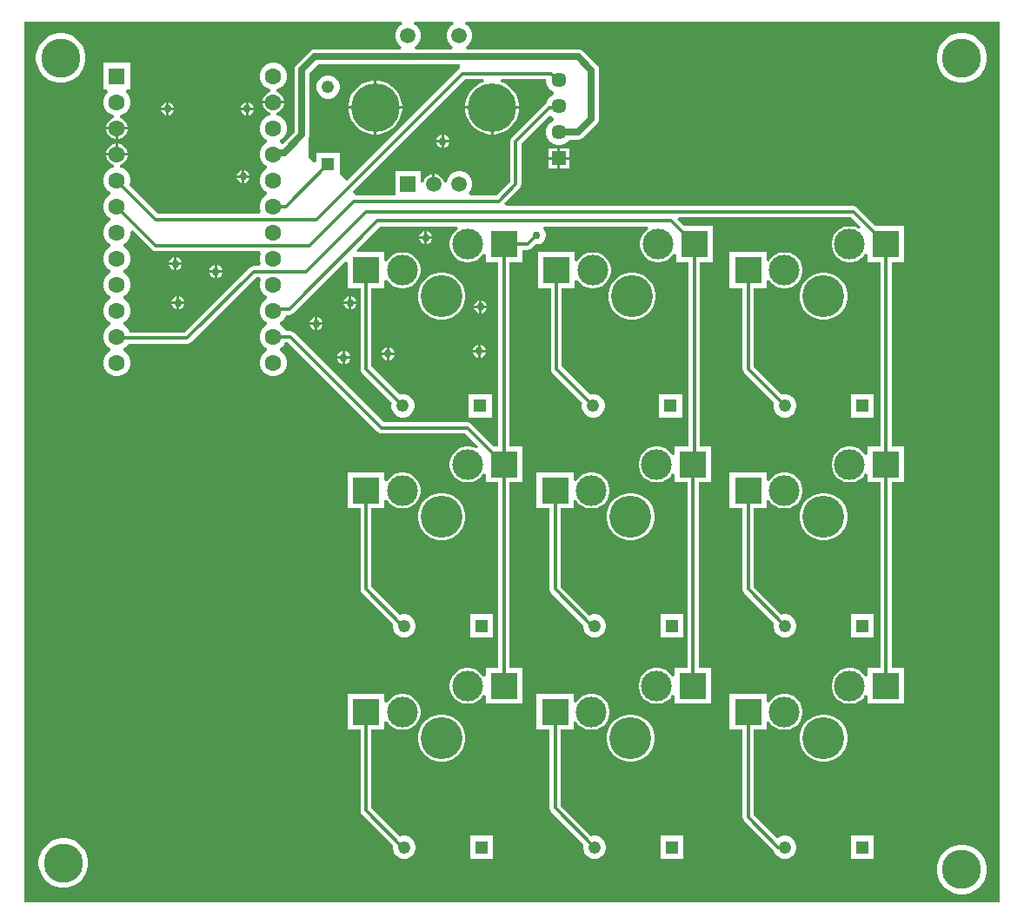
<source format=gbl>
G04*
G04 #@! TF.GenerationSoftware,Altium Limited,Altium Designer,25.8.1 (18)*
G04*
G04 Layer_Physical_Order=2*
G04 Layer_Color=16711680*
%FSLAX44Y44*%
%MOMM*%
G71*
G04*
G04 #@! TF.SameCoordinates,ADD3D31B-8851-4C81-8C4E-7CFF1D2DEE2F*
G04*
G04*
G04 #@! TF.FilePolarity,Positive*
G04*
G01*
G75*
%ADD29C,0.3048*%
%ADD30C,3.0000*%
G04:AMPARAMS|DCode=31|XSize=1.6mm|YSize=1.6mm|CornerRadius=0.8mm|HoleSize=0mm|Usage=FLASHONLY|Rotation=180.000|XOffset=0mm|YOffset=0mm|HoleType=Round|Shape=RoundedRectangle|*
%AMROUNDEDRECTD31*
21,1,1.6000,0.0000,0,0,180.0*
21,1,0.0000,1.6000,0,0,180.0*
1,1,1.6000,0.0000,0.0000*
1,1,1.6000,0.0000,0.0000*
1,1,1.6000,0.0000,0.0000*
1,1,1.6000,0.0000,0.0000*
%
%ADD31ROUNDEDRECTD31*%
%ADD32R,1.6000X1.6000*%
%ADD33C,4.0894*%
%ADD34R,1.2380X1.2380*%
%ADD35C,1.2380*%
%ADD36C,3.8100*%
%ADD37C,1.4500*%
%ADD38R,1.4500X1.4500*%
%ADD39R,1.2380X1.2380*%
%ADD40C,1.5000*%
%ADD41C,4.7400*%
%ADD42R,1.5000X1.5000*%
%ADD43C,0.7620*%
%ADD44R,2.5500X2.5000*%
%ADD45C,0.6350*%
G36*
X609677Y876226D02*
X607826Y875156D01*
X605484Y872814D01*
X603827Y869946D01*
X602970Y866746D01*
Y863434D01*
X603827Y860234D01*
X605484Y857366D01*
X607826Y855023D01*
X609364Y854135D01*
X608684Y851595D01*
X572416D01*
X571736Y854135D01*
X573274Y855023D01*
X575616Y857366D01*
X577273Y860234D01*
X578130Y863434D01*
Y866746D01*
X577273Y869946D01*
X575616Y872814D01*
X573274Y875156D01*
X571423Y876226D01*
X572103Y878765D01*
X608997D01*
X609677Y876226D01*
D02*
G37*
G36*
X700140Y820067D02*
X700980Y816931D01*
X702604Y814119D01*
X704899Y811824D01*
X707464Y810343D01*
X707668Y808990D01*
X707464Y807637D01*
X704899Y806156D01*
X702604Y803861D01*
X700980Y801049D01*
X700514Y799310D01*
X699503Y798634D01*
X666714Y765846D01*
X665536Y764081D01*
X665122Y762000D01*
Y722343D01*
X651797Y709018D01*
X625861D01*
X624809Y711559D01*
X625616Y712366D01*
X627273Y715234D01*
X628130Y718434D01*
Y721746D01*
X627273Y724946D01*
X625616Y727814D01*
X623274Y730156D01*
X620406Y731813D01*
X617206Y732670D01*
X613894D01*
X610694Y731813D01*
X607826Y730156D01*
X605484Y727814D01*
X603827Y724946D01*
X602970Y721746D01*
X600473Y721849D01*
X599906Y723965D01*
X598584Y726255D01*
X596715Y728124D01*
X594425Y729446D01*
X591872Y730130D01*
X591820D01*
Y720090D01*
X589280D01*
Y730130D01*
X589228D01*
X586675Y729446D01*
X584385Y728124D01*
X582516Y726255D01*
X581194Y723965D01*
X580670Y722009D01*
X578130Y722343D01*
Y732670D01*
X552970D01*
Y709018D01*
X515261D01*
X511211Y713069D01*
X620743Y822601D01*
X638763D01*
X639268Y820061D01*
X635121Y818344D01*
X630823Y815472D01*
X627168Y811817D01*
X624296Y807519D01*
X622318Y802744D01*
X621310Y797674D01*
Y796360D01*
X673790D01*
Y797674D01*
X672782Y802744D01*
X670804Y807519D01*
X667932Y811817D01*
X664277Y815472D01*
X659979Y818344D01*
X655832Y820061D01*
X656337Y822601D01*
X700140D01*
Y820067D01*
D02*
G37*
G36*
X1141656Y20394D02*
X191845D01*
Y878765D01*
X558997D01*
X559677Y876226D01*
X557826Y875156D01*
X555484Y872814D01*
X553827Y869946D01*
X552970Y866746D01*
Y863434D01*
X553827Y860234D01*
X555484Y857366D01*
X557826Y855023D01*
X559364Y854135D01*
X558684Y851595D01*
X474980D01*
X473157Y851355D01*
X471457Y850651D01*
X469998Y849532D01*
X457298Y836832D01*
X456179Y835373D01*
X455475Y833673D01*
X455235Y831850D01*
Y771268D01*
X443052Y759086D01*
X442371Y759767D01*
X441043Y760534D01*
Y763466D01*
X442371Y764233D01*
X444807Y766669D01*
X446529Y769651D01*
X447420Y772978D01*
Y776422D01*
X446529Y779749D01*
X444807Y782731D01*
X442371Y785167D01*
X439389Y786889D01*
X437480Y787400D01*
X437480Y790030D01*
X438408Y790278D01*
X440812Y791666D01*
X442774Y793628D01*
X444162Y796032D01*
X444880Y798712D01*
Y798830D01*
X434340D01*
X423800D01*
Y798712D01*
X424518Y796032D01*
X425906Y793628D01*
X427868Y791666D01*
X430272Y790278D01*
X431200Y790030D01*
X431200Y787400D01*
X429291Y786889D01*
X426309Y785167D01*
X423873Y782731D01*
X422151Y779749D01*
X421260Y776422D01*
Y772978D01*
X422151Y769651D01*
X423873Y766669D01*
X426309Y764233D01*
X427637Y763466D01*
Y760534D01*
X426309Y759767D01*
X423873Y757331D01*
X422151Y754349D01*
X421260Y751022D01*
Y747578D01*
X422151Y744251D01*
X423873Y741269D01*
X426309Y738833D01*
X427637Y738066D01*
Y735134D01*
X426309Y734367D01*
X423873Y731931D01*
X422151Y728949D01*
X421260Y725622D01*
Y722178D01*
X422151Y718851D01*
X423873Y715869D01*
X426309Y713433D01*
X427637Y712666D01*
Y709734D01*
X426309Y708967D01*
X423873Y706531D01*
X422151Y703549D01*
X421260Y700222D01*
Y696778D01*
X422064Y693779D01*
X421241Y691848D01*
X420889Y691238D01*
X322293D01*
X294245Y719286D01*
X295020Y722178D01*
Y725622D01*
X294129Y728949D01*
X292407Y731931D01*
X289971Y734367D01*
X286989Y736089D01*
X285080Y736600D01*
X285080Y739230D01*
X286008Y739478D01*
X288412Y740866D01*
X290374Y742828D01*
X291762Y745232D01*
X292480Y747912D01*
Y748030D01*
X281940D01*
X271400D01*
Y747912D01*
X272118Y745232D01*
X273506Y742828D01*
X275468Y740866D01*
X277872Y739478D01*
X278800Y739230D01*
X278800Y736600D01*
X276891Y736089D01*
X273909Y734367D01*
X271473Y731931D01*
X269751Y728949D01*
X268860Y725622D01*
Y722178D01*
X269751Y718851D01*
X271473Y715869D01*
X273909Y713433D01*
X275237Y712666D01*
Y709734D01*
X273909Y708967D01*
X271473Y706531D01*
X269751Y703549D01*
X268860Y700222D01*
Y696778D01*
X269751Y693451D01*
X271473Y690469D01*
X273909Y688033D01*
X275237Y687266D01*
Y684333D01*
X273909Y683567D01*
X271473Y681131D01*
X269751Y678149D01*
X268860Y674822D01*
Y671378D01*
X269751Y668051D01*
X271473Y665069D01*
X273909Y662633D01*
X275237Y661867D01*
Y658933D01*
X273909Y658167D01*
X271473Y655731D01*
X269751Y652749D01*
X268860Y649422D01*
Y645978D01*
X269751Y642651D01*
X271473Y639669D01*
X273909Y637233D01*
X275237Y636466D01*
Y633534D01*
X273909Y632767D01*
X271473Y630331D01*
X269751Y627349D01*
X268860Y624022D01*
Y620578D01*
X269751Y617251D01*
X271473Y614269D01*
X273909Y611833D01*
X275237Y611067D01*
Y608134D01*
X273909Y607367D01*
X271473Y604931D01*
X269751Y601949D01*
X268860Y598622D01*
Y595178D01*
X269751Y591851D01*
X271473Y588869D01*
X273909Y586433D01*
X275237Y585667D01*
Y582733D01*
X273909Y581967D01*
X271473Y579531D01*
X269751Y576549D01*
X268860Y573222D01*
Y569778D01*
X269751Y566451D01*
X271473Y563469D01*
X273909Y561033D01*
X275237Y560266D01*
Y557333D01*
X273909Y556567D01*
X271473Y554131D01*
X269751Y551149D01*
X268860Y547822D01*
Y544378D01*
X269751Y541051D01*
X271473Y538069D01*
X273909Y535633D01*
X276891Y533911D01*
X280218Y533020D01*
X283662D01*
X286989Y533911D01*
X289971Y535633D01*
X292407Y538069D01*
X294129Y541051D01*
X295020Y544378D01*
Y547822D01*
X294129Y551149D01*
X292407Y554131D01*
X289971Y556567D01*
X288643Y557333D01*
Y560266D01*
X289971Y561033D01*
X292407Y563469D01*
X293170Y564791D01*
X350520D01*
X352601Y565205D01*
X354366Y566384D01*
X417543Y629562D01*
X420889D01*
X421241Y628952D01*
X422064Y627021D01*
X421260Y624022D01*
Y620578D01*
X422151Y617251D01*
X423873Y614269D01*
X426309Y611833D01*
X427637Y611067D01*
Y608134D01*
X426309Y607367D01*
X423873Y604931D01*
X422151Y601949D01*
X421260Y598622D01*
Y595178D01*
X422151Y591851D01*
X423873Y588869D01*
X426309Y586433D01*
X427637Y585667D01*
Y582733D01*
X426309Y581967D01*
X423873Y579531D01*
X422151Y576549D01*
X421260Y573222D01*
Y569778D01*
X422151Y566451D01*
X423873Y563469D01*
X426309Y561033D01*
X427637Y560266D01*
Y557333D01*
X426309Y556567D01*
X423873Y554131D01*
X422151Y551149D01*
X421260Y547822D01*
Y544378D01*
X422151Y541051D01*
X423873Y538069D01*
X426309Y535633D01*
X429291Y533911D01*
X432618Y533020D01*
X436062D01*
X439389Y533911D01*
X442371Y535633D01*
X444807Y538069D01*
X446529Y541051D01*
X447420Y544378D01*
Y547822D01*
X446529Y551149D01*
X444807Y554131D01*
X442371Y556567D01*
X441043Y557333D01*
Y560266D01*
X442371Y561033D01*
X444807Y563469D01*
X446160Y565813D01*
X448662Y565997D01*
X535904Y478754D01*
X537669Y477575D01*
X539750Y477161D01*
X621007D01*
X633843Y464326D01*
X632224Y462353D01*
X631878Y462584D01*
X628686Y463906D01*
X625298Y464580D01*
X621842D01*
X618454Y463906D01*
X615262Y462584D01*
X612389Y460664D01*
X609946Y458221D01*
X608026Y455348D01*
X606704Y452156D01*
X606030Y448768D01*
Y445312D01*
X606704Y441924D01*
X608026Y438732D01*
X609946Y435859D01*
X612389Y433416D01*
X615262Y431496D01*
X618454Y430174D01*
X621842Y429500D01*
X625298D01*
X628686Y430174D01*
X631878Y431496D01*
X634751Y433416D01*
X637194Y435859D01*
X638700Y438112D01*
X641240Y437393D01*
Y429460D01*
X653632D01*
Y248720D01*
X641240D01*
Y240787D01*
X638700Y240068D01*
X637194Y242321D01*
X634751Y244764D01*
X631878Y246684D01*
X628686Y248006D01*
X625298Y248680D01*
X621842D01*
X618454Y248006D01*
X615262Y246684D01*
X612389Y244764D01*
X609946Y242321D01*
X608026Y239448D01*
X606704Y236256D01*
X606030Y232868D01*
Y229412D01*
X606704Y226024D01*
X608026Y222832D01*
X609946Y219959D01*
X612389Y217516D01*
X615262Y215596D01*
X618454Y214274D01*
X621842Y213600D01*
X625298D01*
X628686Y214274D01*
X631878Y215596D01*
X634751Y217516D01*
X637194Y219959D01*
X638700Y222213D01*
X641240Y221493D01*
Y213560D01*
X676900D01*
Y248720D01*
X664509D01*
Y429460D01*
X676900D01*
Y464620D01*
X664509D01*
Y644090D01*
X676900D01*
Y656232D01*
X681990D01*
X684071Y656646D01*
X685836Y657824D01*
X689687Y661676D01*
X689710Y661670D01*
X692050D01*
X694311Y662276D01*
X696339Y663446D01*
X697994Y665101D01*
X699164Y667129D01*
X699770Y669390D01*
Y671730D01*
X699164Y673991D01*
X697994Y676019D01*
X697461Y676552D01*
X698513Y679091D01*
X798920D01*
X799691Y676552D01*
X797809Y675294D01*
X795366Y672851D01*
X793446Y669978D01*
X792124Y666786D01*
X791450Y663398D01*
Y659942D01*
X792124Y656554D01*
X793446Y653362D01*
X795366Y650489D01*
X797809Y648046D01*
X800682Y646126D01*
X803874Y644804D01*
X807262Y644130D01*
X810717D01*
X814106Y644804D01*
X817298Y646126D01*
X820171Y648046D01*
X822614Y650489D01*
X824120Y652742D01*
X826660Y652023D01*
Y644090D01*
X839052D01*
Y464620D01*
X825390D01*
Y456687D01*
X822850Y455967D01*
X821344Y458221D01*
X818901Y460664D01*
X816028Y462584D01*
X812836Y463906D01*
X809447Y464580D01*
X805993D01*
X802604Y463906D01*
X799412Y462584D01*
X796539Y460664D01*
X794096Y458221D01*
X792176Y455348D01*
X790854Y452156D01*
X790180Y448768D01*
Y445312D01*
X790854Y441924D01*
X792176Y438732D01*
X794096Y435859D01*
X796539Y433416D01*
X799412Y431496D01*
X802604Y430174D01*
X805993Y429500D01*
X809447D01*
X812836Y430174D01*
X816028Y431496D01*
X818901Y433416D01*
X821344Y435859D01*
X822850Y438112D01*
X825390Y437393D01*
Y429460D01*
X837782D01*
Y248720D01*
X825390D01*
Y240787D01*
X822850Y240068D01*
X821344Y242321D01*
X818901Y244764D01*
X816028Y246684D01*
X812836Y248006D01*
X809447Y248680D01*
X805993D01*
X802604Y248006D01*
X799412Y246684D01*
X796539Y244764D01*
X794096Y242321D01*
X792176Y239448D01*
X790854Y236256D01*
X790180Y232868D01*
Y229412D01*
X790854Y226024D01*
X792176Y222832D01*
X794096Y219959D01*
X796539Y217516D01*
X799412Y215596D01*
X802604Y214274D01*
X805993Y213600D01*
X809447D01*
X812836Y214274D01*
X816028Y215596D01*
X818901Y217516D01*
X821344Y219959D01*
X822850Y222213D01*
X825390Y221493D01*
Y213560D01*
X861050D01*
Y248720D01*
X848659D01*
Y429460D01*
X861050D01*
Y464620D01*
X849929D01*
Y644090D01*
X862320D01*
Y679250D01*
X834351D01*
X827966Y685635D01*
X828938Y687981D01*
X996927D01*
X1005953Y678956D01*
X1004334Y676983D01*
X1003988Y677214D01*
X1000796Y678536D01*
X997408Y679210D01*
X993952D01*
X990564Y678536D01*
X987372Y677214D01*
X984499Y675294D01*
X982056Y672851D01*
X980136Y669978D01*
X978814Y666786D01*
X978140Y663398D01*
Y659942D01*
X978814Y656554D01*
X980136Y653362D01*
X982056Y650489D01*
X984499Y648046D01*
X987372Y646126D01*
X990564Y644804D01*
X993952Y644130D01*
X997408D01*
X1000796Y644804D01*
X1003988Y646126D01*
X1006861Y648046D01*
X1009304Y650489D01*
X1010810Y652742D01*
X1013350Y652023D01*
Y644090D01*
X1025491D01*
Y464620D01*
X1013350D01*
Y456687D01*
X1010810Y455967D01*
X1009304Y458221D01*
X1006861Y460664D01*
X1003988Y462584D01*
X1000796Y463906D01*
X997408Y464580D01*
X993952D01*
X990564Y463906D01*
X987372Y462584D01*
X984499Y460664D01*
X982056Y458221D01*
X980136Y455348D01*
X978814Y452156D01*
X978140Y448768D01*
Y445312D01*
X978814Y441924D01*
X980136Y438732D01*
X982056Y435859D01*
X984499Y433416D01*
X987372Y431496D01*
X990564Y430174D01*
X993952Y429500D01*
X997408D01*
X1000796Y430174D01*
X1003988Y431496D01*
X1006861Y433416D01*
X1009304Y435859D01*
X1010810Y438112D01*
X1013350Y437393D01*
Y429460D01*
X1025742D01*
Y248720D01*
X1013350D01*
Y240787D01*
X1010810Y240068D01*
X1009304Y242321D01*
X1006861Y244764D01*
X1003988Y246684D01*
X1000796Y248006D01*
X997408Y248680D01*
X993952D01*
X990564Y248006D01*
X987372Y246684D01*
X984499Y244764D01*
X982056Y242321D01*
X980136Y239448D01*
X978814Y236256D01*
X978140Y232868D01*
Y229412D01*
X978814Y226024D01*
X980136Y222832D01*
X982056Y219959D01*
X984499Y217516D01*
X987372Y215596D01*
X990564Y214274D01*
X993952Y213600D01*
X997408D01*
X1000796Y214274D01*
X1003988Y215596D01*
X1006861Y217516D01*
X1009304Y219959D01*
X1010810Y222213D01*
X1013350Y221493D01*
Y213560D01*
X1049010D01*
Y248720D01*
X1036618D01*
Y429460D01*
X1049010D01*
Y464620D01*
X1036368D01*
Y644090D01*
X1049010D01*
Y679250D01*
X1021041D01*
X1003026Y697266D01*
X1001261Y698445D01*
X999180Y698858D01*
X660612D01*
X659560Y701398D01*
X674406Y716244D01*
X675584Y718009D01*
X675999Y720090D01*
Y759747D01*
X703787Y787536D01*
X704899Y786423D01*
X707464Y784943D01*
X707668Y783590D01*
X707464Y782237D01*
X704899Y780757D01*
X702604Y778461D01*
X700980Y775649D01*
X700140Y772513D01*
Y769267D01*
X700980Y766131D01*
X702604Y763319D01*
X704899Y761023D01*
X707711Y759400D01*
X710847Y758560D01*
X714093D01*
X717229Y759400D01*
X720041Y761023D01*
X722337Y763319D01*
X722640Y763845D01*
X731520D01*
X733343Y764085D01*
X735043Y764789D01*
X736502Y765908D01*
X749202Y778608D01*
X750321Y780067D01*
X751025Y781767D01*
X751265Y783590D01*
Y831497D01*
X751025Y833321D01*
X750321Y835020D01*
X749202Y836479D01*
X736149Y849532D01*
X734690Y850651D01*
X732991Y851355D01*
X731167Y851595D01*
X622416D01*
X621736Y854135D01*
X623274Y855023D01*
X625616Y857366D01*
X627273Y860234D01*
X628130Y863434D01*
Y866746D01*
X627273Y869946D01*
X625616Y872814D01*
X623274Y875156D01*
X621423Y876226D01*
X622103Y878765D01*
X1141656D01*
Y20394D01*
D02*
G37*
G36*
X615950Y832758D02*
X614644Y831886D01*
X506308Y723549D01*
X505460Y723900D01*
X498950Y730410D01*
Y750825D01*
X476410D01*
Y742299D01*
X474063Y741327D01*
X468630Y746760D01*
Y765428D01*
X469085Y766527D01*
X469325Y768350D01*
Y828932D01*
X477898Y837505D01*
X615950D01*
Y832758D01*
D02*
G37*
G36*
X614271Y676552D02*
X612389Y675294D01*
X609946Y672851D01*
X608026Y669978D01*
X606704Y666786D01*
X606030Y663398D01*
Y659942D01*
X606704Y656554D01*
X608026Y653362D01*
X609946Y650489D01*
X612389Y648046D01*
X615262Y646126D01*
X618454Y644804D01*
X621842Y644130D01*
X625298D01*
X628686Y644804D01*
X631878Y646126D01*
X634751Y648046D01*
X637194Y650489D01*
X638700Y652742D01*
X641240Y652023D01*
Y644090D01*
X653632D01*
Y464620D01*
X648931D01*
X627106Y486446D01*
X625341Y487625D01*
X623260Y488038D01*
X542003D01*
X454696Y575346D01*
X452931Y576525D01*
X450850Y576939D01*
X446304D01*
X444807Y579531D01*
X442371Y581967D01*
X441043Y582733D01*
Y585667D01*
X442371Y586433D01*
X444807Y588869D01*
X446529Y591851D01*
X446798Y592858D01*
X449707D01*
X451788Y593272D01*
X453552Y594451D01*
X504393Y645292D01*
X506740Y644320D01*
Y618690D01*
X519132D01*
Y540105D01*
X519546Y538024D01*
X520724Y536259D01*
X549658Y507326D01*
X549215Y505674D01*
Y502706D01*
X549983Y499840D01*
X551467Y497270D01*
X553565Y495172D01*
X556135Y493688D01*
X559001Y492920D01*
X561969D01*
X564835Y493688D01*
X567405Y495172D01*
X569503Y497270D01*
X570987Y499840D01*
X571755Y502706D01*
Y505674D01*
X570987Y508540D01*
X569503Y511110D01*
X567405Y513208D01*
X564835Y514692D01*
X561969Y515460D01*
X559001D01*
X557349Y515017D01*
X530009Y542358D01*
Y618690D01*
X542400D01*
Y626623D01*
X544940Y627342D01*
X546446Y625089D01*
X548889Y622646D01*
X551762Y620726D01*
X554954Y619404D01*
X558343Y618730D01*
X561797D01*
X565186Y619404D01*
X568378Y620726D01*
X571251Y622646D01*
X573694Y625089D01*
X575614Y627962D01*
X576936Y631154D01*
X577610Y634543D01*
Y637998D01*
X576936Y641386D01*
X575614Y644578D01*
X573694Y647451D01*
X571251Y649894D01*
X568378Y651814D01*
X565186Y653136D01*
X561797Y653810D01*
X558343D01*
X554954Y653136D01*
X551762Y651814D01*
X548889Y649894D01*
X546446Y647451D01*
X544940Y645198D01*
X542400Y645917D01*
Y653850D01*
X516270D01*
X515298Y656197D01*
X538193Y679091D01*
X613500D01*
X614271Y676552D01*
D02*
G37*
G36*
X316194Y656554D02*
X317959Y655376D01*
X320040Y654961D01*
X420889D01*
X421241Y654352D01*
X422064Y652421D01*
X421260Y649422D01*
Y645978D01*
X422064Y642979D01*
X421241Y641048D01*
X420889Y640439D01*
X415290D01*
X413209Y640024D01*
X411444Y638846D01*
X348267Y575668D01*
X294364D01*
X294129Y576549D01*
X292407Y579531D01*
X289971Y581967D01*
X288643Y582733D01*
Y585667D01*
X289971Y586433D01*
X292407Y588869D01*
X294129Y591851D01*
X295020Y595178D01*
Y598622D01*
X294129Y601949D01*
X292407Y604931D01*
X289971Y607367D01*
X288643Y608134D01*
Y611067D01*
X289971Y611833D01*
X292407Y614269D01*
X294129Y617251D01*
X295020Y620578D01*
Y624022D01*
X294129Y627349D01*
X292407Y630331D01*
X289971Y632767D01*
X288643Y633534D01*
Y636466D01*
X289971Y637233D01*
X292407Y639669D01*
X294129Y642651D01*
X295020Y645978D01*
Y649422D01*
X294129Y652749D01*
X292407Y655731D01*
X289971Y658167D01*
X288643Y658933D01*
Y661867D01*
X289971Y662633D01*
X292407Y665069D01*
X294129Y668051D01*
X295020Y671378D01*
Y674137D01*
X296830Y675177D01*
X297450Y675299D01*
X316194Y656554D01*
D02*
G37*
%LPC*%
G36*
X673790Y793820D02*
X648820D01*
Y768850D01*
X650134D01*
X655204Y769858D01*
X659979Y771836D01*
X664277Y774708D01*
X667932Y778363D01*
X670804Y782661D01*
X672782Y787436D01*
X673790Y792506D01*
Y793820D01*
D02*
G37*
G36*
X646280D02*
X621310D01*
Y792506D01*
X622318Y787436D01*
X624296Y782661D01*
X627168Y778363D01*
X630823Y774708D01*
X635121Y771836D01*
X639896Y769858D01*
X644966Y768850D01*
X646280D01*
Y793820D01*
D02*
G37*
G36*
X600710Y768347D02*
Y763270D01*
X605787D01*
X604823Y765597D01*
X603037Y767383D01*
X600710Y768347D01*
D02*
G37*
G36*
X598170D02*
X595843Y767383D01*
X594057Y765597D01*
X593093Y763270D01*
X598170D01*
Y768347D01*
D02*
G37*
G36*
X605787Y760730D02*
X600710D01*
Y755653D01*
X603037Y756617D01*
X604823Y758403D01*
X605787Y760730D01*
D02*
G37*
G36*
X598170D02*
X593093D01*
X594057Y758403D01*
X595843Y756617D01*
X598170Y755653D01*
Y760730D01*
D02*
G37*
G36*
X1107277Y867410D02*
X1102523D01*
X1097861Y866483D01*
X1093470Y864664D01*
X1089518Y862023D01*
X1086157Y858662D01*
X1083516Y854710D01*
X1081697Y850319D01*
X1080770Y845657D01*
Y840903D01*
X1081697Y836242D01*
X1083516Y831850D01*
X1086157Y827898D01*
X1089518Y824537D01*
X1093470Y821896D01*
X1097861Y820077D01*
X1102523Y819150D01*
X1107277D01*
X1111938Y820077D01*
X1116330Y821896D01*
X1120282Y824537D01*
X1123643Y827898D01*
X1126284Y831850D01*
X1128103Y836242D01*
X1129030Y840903D01*
Y845657D01*
X1128103Y850319D01*
X1126284Y854710D01*
X1123643Y858662D01*
X1120282Y862023D01*
X1116330Y864664D01*
X1111938Y866483D01*
X1107277Y867410D01*
D02*
G37*
G36*
X229707D02*
X224953D01*
X220292Y866483D01*
X215900Y864664D01*
X211948Y862023D01*
X208587Y858662D01*
X205946Y854710D01*
X204127Y850319D01*
X203200Y845657D01*
Y840903D01*
X204127Y836242D01*
X205946Y831850D01*
X208587Y827898D01*
X211948Y824537D01*
X215900Y821896D01*
X220292Y820077D01*
X224953Y819150D01*
X229707D01*
X234368Y820077D01*
X238760Y821896D01*
X242712Y824537D01*
X246073Y827898D01*
X248714Y831850D01*
X250533Y836242D01*
X251460Y840903D01*
Y845657D01*
X250533Y850319D01*
X248714Y854710D01*
X246073Y858662D01*
X242712Y862023D01*
X238760Y864664D01*
X234368Y866483D01*
X229707Y867410D01*
D02*
G37*
G36*
X436062Y838580D02*
X432618D01*
X429291Y837689D01*
X426309Y835967D01*
X423873Y833531D01*
X422151Y830549D01*
X421260Y827222D01*
Y823778D01*
X422151Y820451D01*
X423873Y817469D01*
X426309Y815033D01*
X429291Y813311D01*
X431200Y812800D01*
X431200Y810170D01*
X430272Y809922D01*
X427868Y808534D01*
X425906Y806572D01*
X424518Y804168D01*
X423800Y801488D01*
Y801370D01*
X434340D01*
X444880D01*
Y801488D01*
X444162Y804168D01*
X442774Y806572D01*
X440812Y808534D01*
X438408Y809922D01*
X437480Y810170D01*
X437480Y812800D01*
X439389Y813311D01*
X442371Y815033D01*
X444807Y817469D01*
X446529Y820451D01*
X447420Y823778D01*
Y827222D01*
X446529Y830549D01*
X444807Y833531D01*
X442371Y835967D01*
X439389Y837689D01*
X436062Y838580D01*
D02*
G37*
G36*
X410210Y800097D02*
Y795020D01*
X415287D01*
X414323Y797347D01*
X412537Y799133D01*
X410210Y800097D01*
D02*
G37*
G36*
X407670D02*
X405343Y799133D01*
X403557Y797347D01*
X402593Y795020D01*
X407670D01*
Y800097D01*
D02*
G37*
G36*
X332740D02*
Y795020D01*
X337817D01*
X336853Y797347D01*
X335067Y799133D01*
X332740Y800097D01*
D02*
G37*
G36*
X330200D02*
X327873Y799133D01*
X326087Y797347D01*
X325123Y795020D01*
X330200D01*
Y800097D01*
D02*
G37*
G36*
X415287Y792480D02*
X410210D01*
Y787403D01*
X412537Y788367D01*
X414323Y790153D01*
X415287Y792480D01*
D02*
G37*
G36*
X407670D02*
X402593D01*
X403557Y790153D01*
X405343Y788367D01*
X407670Y787403D01*
Y792480D01*
D02*
G37*
G36*
X337817D02*
X332740D01*
Y787403D01*
X335067Y788367D01*
X336853Y790153D01*
X337817Y792480D01*
D02*
G37*
G36*
X330200D02*
X325123D01*
X326087Y790153D01*
X327873Y788367D01*
X330200Y787403D01*
Y792480D01*
D02*
G37*
G36*
X295020Y838580D02*
X268860D01*
Y812420D01*
X272251D01*
X273222Y809880D01*
X271473Y808131D01*
X269751Y805149D01*
X268860Y801822D01*
Y798378D01*
X269751Y795051D01*
X271473Y792069D01*
X273909Y789633D01*
X276891Y787911D01*
X278800Y787400D01*
X278800Y784770D01*
X277872Y784522D01*
X275468Y783134D01*
X273506Y781172D01*
X272118Y778768D01*
X271400Y776088D01*
Y775970D01*
X281940D01*
X292480D01*
Y776088D01*
X291762Y778768D01*
X290374Y781172D01*
X288412Y783134D01*
X286008Y784522D01*
X285080Y784770D01*
X285080Y787400D01*
X286989Y787911D01*
X289971Y789633D01*
X292407Y792069D01*
X294129Y795051D01*
X295020Y798378D01*
Y801822D01*
X294129Y805149D01*
X292407Y808131D01*
X290658Y809880D01*
X291629Y812420D01*
X295020D01*
Y838580D01*
D02*
G37*
G36*
X292480Y773430D02*
X283210D01*
Y764160D01*
X283328D01*
X286008Y764878D01*
X288412Y766266D01*
X290374Y768228D01*
X291762Y770632D01*
X292480Y773312D01*
Y773430D01*
D02*
G37*
G36*
X280670D02*
X271400D01*
Y773312D01*
X272118Y770632D01*
X273506Y768228D01*
X275468Y766266D01*
X277872Y764878D01*
X280552Y764160D01*
X280670D01*
Y773430D01*
D02*
G37*
G36*
X283328Y759840D02*
X283210D01*
Y750570D01*
X292480D01*
Y750688D01*
X291762Y753368D01*
X290374Y755772D01*
X288412Y757734D01*
X286008Y759122D01*
X283328Y759840D01*
D02*
G37*
G36*
X280670D02*
X280552D01*
X277872Y759122D01*
X275468Y757734D01*
X273506Y755772D01*
X272118Y753368D01*
X271400Y750688D01*
Y750570D01*
X280670D01*
Y759840D01*
D02*
G37*
G36*
X722260Y755280D02*
X713740D01*
Y746760D01*
X722260D01*
Y755280D01*
D02*
G37*
G36*
X711200D02*
X702680D01*
Y746760D01*
X711200D01*
Y755280D01*
D02*
G37*
G36*
X722260Y744220D02*
X713740D01*
Y735700D01*
X722260D01*
Y744220D01*
D02*
G37*
G36*
X711200D02*
X702680D01*
Y735700D01*
X711200D01*
Y744220D01*
D02*
G37*
G36*
X406400Y734057D02*
Y728980D01*
X411477D01*
X410513Y731307D01*
X408727Y733093D01*
X406400Y734057D01*
D02*
G37*
G36*
X403860D02*
X401533Y733093D01*
X399747Y731307D01*
X398783Y728980D01*
X403860D01*
Y734057D01*
D02*
G37*
G36*
X411477Y726440D02*
X406400D01*
Y721363D01*
X408727Y722327D01*
X410513Y724113D01*
X411477Y726440D01*
D02*
G37*
G36*
X403860D02*
X398783D01*
X399747Y724113D01*
X401533Y722327D01*
X403860Y721363D01*
Y726440D01*
D02*
G37*
G36*
X914510Y653850D02*
X878850D01*
Y618690D01*
X891242D01*
Y540105D01*
X891656Y538024D01*
X892834Y536259D01*
X921768Y507326D01*
X921325Y505674D01*
Y502706D01*
X922093Y499840D01*
X923577Y497270D01*
X925675Y495172D01*
X928245Y493688D01*
X931111Y492920D01*
X934079D01*
X936945Y493688D01*
X939515Y495172D01*
X941613Y497270D01*
X943097Y499840D01*
X943865Y502706D01*
Y505674D01*
X943097Y508540D01*
X941613Y511110D01*
X939515Y513208D01*
X936945Y514692D01*
X934079Y515460D01*
X931111D01*
X929459Y515017D01*
X902119Y542358D01*
Y618690D01*
X914510D01*
Y626623D01*
X917050Y627342D01*
X918556Y625089D01*
X920999Y622646D01*
X923872Y620726D01*
X927064Y619404D01*
X930452Y618730D01*
X933907D01*
X937296Y619404D01*
X940488Y620726D01*
X943361Y622646D01*
X945804Y625089D01*
X947724Y627962D01*
X949046Y631154D01*
X949720Y634543D01*
Y637998D01*
X949046Y641386D01*
X947724Y644578D01*
X945804Y647451D01*
X943361Y649894D01*
X940488Y651814D01*
X937296Y653136D01*
X933907Y653810D01*
X930452D01*
X927064Y653136D01*
X923872Y651814D01*
X920999Y649894D01*
X918556Y647451D01*
X917050Y645198D01*
X914510Y645917D01*
Y653850D01*
D02*
G37*
G36*
X727820D02*
X692160D01*
Y618690D01*
X704551D01*
Y540105D01*
X704966Y538024D01*
X706144Y536259D01*
X735078Y507326D01*
X734635Y505674D01*
Y502706D01*
X735403Y499840D01*
X736887Y497270D01*
X738985Y495172D01*
X741555Y493688D01*
X744421Y492920D01*
X747389D01*
X750255Y493688D01*
X752825Y495172D01*
X754923Y497270D01*
X756407Y499840D01*
X757175Y502706D01*
Y505674D01*
X756407Y508540D01*
X754923Y511110D01*
X752825Y513208D01*
X750255Y514692D01*
X747389Y515460D01*
X744421D01*
X742769Y515017D01*
X715428Y542358D01*
Y618690D01*
X727820D01*
Y626623D01*
X730360Y627342D01*
X731866Y625089D01*
X734309Y622646D01*
X737182Y620726D01*
X740374Y619404D01*
X743763Y618730D01*
X747217D01*
X750606Y619404D01*
X753798Y620726D01*
X756671Y622646D01*
X759114Y625089D01*
X761034Y627962D01*
X762356Y631154D01*
X763030Y634543D01*
Y637998D01*
X762356Y641386D01*
X761034Y644578D01*
X759114Y647451D01*
X756671Y649894D01*
X753798Y651814D01*
X750606Y653136D01*
X747217Y653810D01*
X743763D01*
X740374Y653136D01*
X737182Y651814D01*
X734309Y649894D01*
X731866Y647451D01*
X730360Y645198D01*
X727820Y645917D01*
Y653850D01*
D02*
G37*
G36*
X972544Y633857D02*
X968016D01*
X963575Y632974D01*
X959392Y631241D01*
X955627Y628725D01*
X952425Y625523D01*
X949909Y621758D01*
X948176Y617575D01*
X947293Y613134D01*
Y608606D01*
X948176Y604165D01*
X949909Y599982D01*
X952425Y596217D01*
X955627Y593015D01*
X959392Y590499D01*
X963575Y588766D01*
X968016Y587883D01*
X972544D01*
X976985Y588766D01*
X981168Y590499D01*
X984933Y593015D01*
X988135Y596217D01*
X990651Y599982D01*
X992384Y604165D01*
X993267Y608606D01*
Y613134D01*
X992384Y617575D01*
X990651Y621758D01*
X988135Y625523D01*
X984933Y628725D01*
X981168Y631241D01*
X976985Y632974D01*
X972544Y633857D01*
D02*
G37*
G36*
X785854D02*
X781326D01*
X776885Y632974D01*
X772702Y631241D01*
X768937Y628725D01*
X765735Y625523D01*
X763219Y621758D01*
X761486Y617575D01*
X760603Y613134D01*
Y608606D01*
X761486Y604165D01*
X763219Y599982D01*
X765735Y596217D01*
X768937Y593015D01*
X772702Y590499D01*
X776885Y588766D01*
X781326Y587883D01*
X785854D01*
X790295Y588766D01*
X794478Y590499D01*
X798243Y593015D01*
X801445Y596217D01*
X803961Y599982D01*
X805694Y604165D01*
X806577Y608606D01*
Y613134D01*
X805694Y617575D01*
X803961Y621758D01*
X801445Y625523D01*
X798243Y628725D01*
X794478Y631241D01*
X790295Y632974D01*
X785854Y633857D01*
D02*
G37*
G36*
X1019235Y515460D02*
X996695D01*
Y492920D01*
X1019235D01*
Y515460D01*
D02*
G37*
G36*
X832545D02*
X810005D01*
Y492920D01*
X832545D01*
Y515460D01*
D02*
G37*
G36*
X914510Y439220D02*
X878850D01*
Y404060D01*
X891242D01*
Y325475D01*
X891656Y323394D01*
X892834Y321629D01*
X921768Y292696D01*
X921325Y291044D01*
Y288076D01*
X922093Y285210D01*
X923577Y282640D01*
X925675Y280542D01*
X928245Y279058D01*
X931111Y278290D01*
X934079D01*
X936945Y279058D01*
X939515Y280542D01*
X941613Y282640D01*
X943097Y285210D01*
X943865Y288076D01*
Y291044D01*
X943097Y293910D01*
X941613Y296480D01*
X939515Y298578D01*
X936945Y300062D01*
X934079Y300830D01*
X931111D01*
X929459Y300387D01*
X902119Y327728D01*
Y404060D01*
X914510D01*
Y411993D01*
X917050Y412713D01*
X918556Y410459D01*
X920999Y408016D01*
X923872Y406096D01*
X927064Y404774D01*
X930452Y404100D01*
X933907D01*
X937296Y404774D01*
X940488Y406096D01*
X943361Y408016D01*
X945804Y410459D01*
X947724Y413332D01*
X949046Y416524D01*
X949720Y419912D01*
Y423368D01*
X949046Y426756D01*
X947724Y429948D01*
X945804Y432821D01*
X943361Y435264D01*
X940488Y437184D01*
X937296Y438506D01*
X933907Y439180D01*
X930452D01*
X927064Y438506D01*
X923872Y437184D01*
X920999Y435264D01*
X918556Y432821D01*
X917050Y430568D01*
X914510Y431287D01*
Y439220D01*
D02*
G37*
G36*
X726550D02*
X690890D01*
Y404060D01*
X703281D01*
Y325475D01*
X703696Y323394D01*
X704874Y321629D01*
X735905Y290599D01*
Y288076D01*
X736673Y285210D01*
X738157Y282640D01*
X740255Y280542D01*
X742825Y279058D01*
X745691Y278290D01*
X748659D01*
X751525Y279058D01*
X754095Y280542D01*
X756193Y282640D01*
X757677Y285210D01*
X758445Y288076D01*
Y291044D01*
X757677Y293910D01*
X756193Y296480D01*
X754095Y298578D01*
X751525Y300062D01*
X748659Y300830D01*
X745691D01*
X742825Y300062D01*
X742190Y299696D01*
X714158Y327728D01*
Y404060D01*
X726550D01*
Y411993D01*
X729090Y412713D01*
X730596Y410459D01*
X733039Y408016D01*
X735912Y406096D01*
X739104Y404774D01*
X742493Y404100D01*
X745947D01*
X749336Y404774D01*
X752528Y406096D01*
X755401Y408016D01*
X757844Y410459D01*
X759764Y413332D01*
X761086Y416524D01*
X761760Y419912D01*
Y423368D01*
X761086Y426756D01*
X759764Y429948D01*
X757844Y432821D01*
X755401Y435264D01*
X752528Y437184D01*
X749336Y438506D01*
X745947Y439180D01*
X742493D01*
X739104Y438506D01*
X735912Y437184D01*
X733039Y435264D01*
X730596Y432821D01*
X729090Y430568D01*
X726550Y431287D01*
Y439220D01*
D02*
G37*
G36*
X542400D02*
X506740D01*
Y404060D01*
X519132D01*
Y325475D01*
X519546Y323394D01*
X520724Y321629D01*
X550659Y291695D01*
X550485Y291044D01*
Y288076D01*
X551253Y285210D01*
X552737Y282640D01*
X554835Y280542D01*
X557405Y279058D01*
X560271Y278290D01*
X563239D01*
X566105Y279058D01*
X568675Y280542D01*
X570773Y282640D01*
X572257Y285210D01*
X573025Y288076D01*
Y291044D01*
X572257Y293910D01*
X570773Y296480D01*
X568675Y298578D01*
X566105Y300062D01*
X563239Y300830D01*
X560271D01*
X557617Y300119D01*
X530009Y327728D01*
Y404060D01*
X542400D01*
Y411993D01*
X544940Y412713D01*
X546446Y410459D01*
X548889Y408016D01*
X551762Y406096D01*
X554954Y404774D01*
X558343Y404100D01*
X561797D01*
X565186Y404774D01*
X568378Y406096D01*
X571251Y408016D01*
X573694Y410459D01*
X575614Y413332D01*
X576936Y416524D01*
X577610Y419912D01*
Y423368D01*
X576936Y426756D01*
X575614Y429948D01*
X573694Y432821D01*
X571251Y435264D01*
X568378Y437184D01*
X565186Y438506D01*
X561797Y439180D01*
X558343D01*
X554954Y438506D01*
X551762Y437184D01*
X548889Y435264D01*
X546446Y432821D01*
X544940Y430568D01*
X542400Y431287D01*
Y439220D01*
D02*
G37*
G36*
X972544Y419227D02*
X968016D01*
X963575Y418344D01*
X959392Y416611D01*
X955627Y414095D01*
X952425Y410893D01*
X949909Y407128D01*
X948176Y402945D01*
X947293Y398504D01*
Y393976D01*
X948176Y389535D01*
X949909Y385352D01*
X952425Y381587D01*
X955627Y378385D01*
X959392Y375869D01*
X963575Y374136D01*
X968016Y373253D01*
X972544D01*
X976985Y374136D01*
X981168Y375869D01*
X984933Y378385D01*
X988135Y381587D01*
X990651Y385352D01*
X992384Y389535D01*
X993267Y393976D01*
Y398504D01*
X992384Y402945D01*
X990651Y407128D01*
X988135Y410893D01*
X984933Y414095D01*
X981168Y416611D01*
X976985Y418344D01*
X972544Y419227D01*
D02*
G37*
G36*
X784584D02*
X780056D01*
X775615Y418344D01*
X771432Y416611D01*
X767667Y414095D01*
X764465Y410893D01*
X761949Y407128D01*
X760216Y402945D01*
X759333Y398504D01*
Y393976D01*
X760216Y389535D01*
X761949Y385352D01*
X764465Y381587D01*
X767667Y378385D01*
X771432Y375869D01*
X775615Y374136D01*
X780056Y373253D01*
X784584D01*
X789025Y374136D01*
X793208Y375869D01*
X796973Y378385D01*
X800175Y381587D01*
X802691Y385352D01*
X804424Y389535D01*
X805307Y393976D01*
Y398504D01*
X804424Y402945D01*
X802691Y407128D01*
X800175Y410893D01*
X796973Y414095D01*
X793208Y416611D01*
X789025Y418344D01*
X784584Y419227D01*
D02*
G37*
G36*
X600434D02*
X595906D01*
X591465Y418344D01*
X587282Y416611D01*
X583517Y414095D01*
X580315Y410893D01*
X577799Y407128D01*
X576066Y402945D01*
X575183Y398504D01*
Y393976D01*
X576066Y389535D01*
X577799Y385352D01*
X580315Y381587D01*
X583517Y378385D01*
X587282Y375869D01*
X591465Y374136D01*
X595906Y373253D01*
X600434D01*
X604875Y374136D01*
X609058Y375869D01*
X612823Y378385D01*
X616025Y381587D01*
X618541Y385352D01*
X620274Y389535D01*
X621157Y393976D01*
Y398504D01*
X620274Y402945D01*
X618541Y407128D01*
X616025Y410893D01*
X612823Y414095D01*
X609058Y416611D01*
X604875Y418344D01*
X600434Y419227D01*
D02*
G37*
G36*
X1019235Y300830D02*
X996695D01*
Y278290D01*
X1019235D01*
Y300830D01*
D02*
G37*
G36*
X833815D02*
X811275D01*
Y278290D01*
X833815D01*
Y300830D01*
D02*
G37*
G36*
X648395D02*
X625855D01*
Y278290D01*
X648395D01*
Y300830D01*
D02*
G37*
G36*
X914510Y223320D02*
X878850D01*
Y188160D01*
X891242D01*
Y103225D01*
X891656Y101144D01*
X892834Y99379D01*
X921796Y70418D01*
X922093Y69310D01*
X923577Y66740D01*
X925675Y64642D01*
X928245Y63158D01*
X931111Y62390D01*
X934079D01*
X936945Y63158D01*
X939515Y64642D01*
X941613Y66740D01*
X943097Y69310D01*
X943865Y72176D01*
Y75144D01*
X943097Y78010D01*
X941613Y80580D01*
X939515Y82678D01*
X936945Y84162D01*
X934079Y84930D01*
X931111D01*
X928245Y84162D01*
X925675Y82678D01*
X925296Y82300D01*
X902119Y105478D01*
Y188160D01*
X914510D01*
Y196093D01*
X917050Y196812D01*
X918556Y194559D01*
X920999Y192116D01*
X923872Y190196D01*
X927064Y188874D01*
X930452Y188200D01*
X933907D01*
X937296Y188874D01*
X940488Y190196D01*
X943361Y192116D01*
X945804Y194559D01*
X947724Y197432D01*
X949046Y200624D01*
X949720Y204013D01*
Y207467D01*
X949046Y210856D01*
X947724Y214048D01*
X945804Y216921D01*
X943361Y219364D01*
X940488Y221284D01*
X937296Y222606D01*
X933907Y223280D01*
X930452D01*
X927064Y222606D01*
X923872Y221284D01*
X920999Y219364D01*
X918556Y216921D01*
X917050Y214667D01*
X914510Y215387D01*
Y223320D01*
D02*
G37*
G36*
X726550D02*
X690890D01*
Y188160D01*
X703281D01*
Y112115D01*
X703696Y110034D01*
X704874Y108269D01*
X736348Y76796D01*
X735905Y75144D01*
Y72176D01*
X736673Y69310D01*
X738157Y66740D01*
X740255Y64642D01*
X742825Y63158D01*
X745691Y62390D01*
X748659D01*
X751525Y63158D01*
X754095Y64642D01*
X756193Y66740D01*
X757677Y69310D01*
X758445Y72176D01*
Y75144D01*
X757677Y78010D01*
X756193Y80580D01*
X754095Y82678D01*
X751525Y84162D01*
X748659Y84930D01*
X745691D01*
X744039Y84487D01*
X714158Y114368D01*
Y188160D01*
X726550D01*
Y196093D01*
X729090Y196812D01*
X730596Y194559D01*
X733039Y192116D01*
X735912Y190196D01*
X739104Y188874D01*
X742493Y188200D01*
X745947D01*
X749336Y188874D01*
X752528Y190196D01*
X755401Y192116D01*
X757844Y194559D01*
X759764Y197432D01*
X761086Y200624D01*
X761760Y204013D01*
Y207467D01*
X761086Y210856D01*
X759764Y214048D01*
X757844Y216921D01*
X755401Y219364D01*
X752528Y221284D01*
X749336Y222606D01*
X745947Y223280D01*
X742493D01*
X739104Y222606D01*
X735912Y221284D01*
X733039Y219364D01*
X730596Y216921D01*
X729090Y214667D01*
X726550Y215387D01*
Y223320D01*
D02*
G37*
G36*
X542400D02*
X506740D01*
Y188160D01*
X519132D01*
Y109575D01*
X519546Y107494D01*
X520724Y105729D01*
X550659Y75795D01*
X550485Y75144D01*
Y72176D01*
X551253Y69310D01*
X552737Y66740D01*
X554835Y64642D01*
X557405Y63158D01*
X560271Y62390D01*
X563239D01*
X566105Y63158D01*
X568675Y64642D01*
X570773Y66740D01*
X572257Y69310D01*
X573025Y72176D01*
Y75144D01*
X572257Y78010D01*
X570773Y80580D01*
X568675Y82678D01*
X566105Y84162D01*
X563239Y84930D01*
X560271D01*
X557617Y84219D01*
X530009Y111828D01*
Y188160D01*
X542400D01*
Y196093D01*
X544940Y196812D01*
X546446Y194559D01*
X548889Y192116D01*
X551762Y190196D01*
X554954Y188874D01*
X558343Y188200D01*
X561797D01*
X565186Y188874D01*
X568378Y190196D01*
X571251Y192116D01*
X573694Y194559D01*
X575614Y197432D01*
X576936Y200624D01*
X577610Y204013D01*
Y207467D01*
X576936Y210856D01*
X575614Y214048D01*
X573694Y216921D01*
X571251Y219364D01*
X568378Y221284D01*
X565186Y222606D01*
X561797Y223280D01*
X558343D01*
X554954Y222606D01*
X551762Y221284D01*
X548889Y219364D01*
X546446Y216921D01*
X544940Y214667D01*
X542400Y215387D01*
Y223320D01*
D02*
G37*
G36*
X972544Y203327D02*
X968016D01*
X963575Y202444D01*
X959392Y200711D01*
X955627Y198195D01*
X952425Y194993D01*
X949909Y191228D01*
X948176Y187045D01*
X947293Y182604D01*
Y178076D01*
X948176Y173635D01*
X949909Y169452D01*
X952425Y165687D01*
X955627Y162485D01*
X959392Y159969D01*
X963575Y158236D01*
X968016Y157353D01*
X972544D01*
X976985Y158236D01*
X981168Y159969D01*
X984933Y162485D01*
X988135Y165687D01*
X990651Y169452D01*
X992384Y173635D01*
X993267Y178076D01*
Y182604D01*
X992384Y187045D01*
X990651Y191228D01*
X988135Y194993D01*
X984933Y198195D01*
X981168Y200711D01*
X976985Y202444D01*
X972544Y203327D01*
D02*
G37*
G36*
X784584D02*
X780056D01*
X775615Y202444D01*
X771432Y200711D01*
X767667Y198195D01*
X764465Y194993D01*
X761949Y191228D01*
X760216Y187045D01*
X759333Y182604D01*
Y178076D01*
X760216Y173635D01*
X761949Y169452D01*
X764465Y165687D01*
X767667Y162485D01*
X771432Y159969D01*
X775615Y158236D01*
X780056Y157353D01*
X784584D01*
X789025Y158236D01*
X793208Y159969D01*
X796973Y162485D01*
X800175Y165687D01*
X802691Y169452D01*
X804424Y173635D01*
X805307Y178076D01*
Y182604D01*
X804424Y187045D01*
X802691Y191228D01*
X800175Y194993D01*
X796973Y198195D01*
X793208Y200711D01*
X789025Y202444D01*
X784584Y203327D01*
D02*
G37*
G36*
X600434D02*
X595906D01*
X591465Y202444D01*
X587282Y200711D01*
X583517Y198195D01*
X580315Y194993D01*
X577799Y191228D01*
X576066Y187045D01*
X575183Y182604D01*
Y178076D01*
X576066Y173635D01*
X577799Y169452D01*
X580315Y165687D01*
X583517Y162485D01*
X587282Y159969D01*
X591465Y158236D01*
X595906Y157353D01*
X600434D01*
X604875Y158236D01*
X609058Y159969D01*
X612823Y162485D01*
X616025Y165687D01*
X618541Y169452D01*
X620274Y173635D01*
X621157Y178076D01*
Y182604D01*
X620274Y187045D01*
X618541Y191228D01*
X616025Y194993D01*
X612823Y198195D01*
X609058Y200711D01*
X604875Y202444D01*
X600434Y203327D01*
D02*
G37*
G36*
X1019235Y84930D02*
X996695D01*
Y62390D01*
X1019235D01*
Y84930D01*
D02*
G37*
G36*
X833815D02*
X811275D01*
Y62390D01*
X833815D01*
Y84930D01*
D02*
G37*
G36*
X648395D02*
X625855D01*
Y62390D01*
X648395D01*
Y84930D01*
D02*
G37*
G36*
X232247Y82550D02*
X227493D01*
X222831Y81623D01*
X218440Y79804D01*
X214488Y77163D01*
X211127Y73802D01*
X208486Y69850D01*
X206667Y65458D01*
X205740Y60797D01*
Y56043D01*
X206667Y51382D01*
X208486Y46990D01*
X211127Y43038D01*
X214488Y39677D01*
X218440Y37036D01*
X222831Y35217D01*
X227493Y34290D01*
X232247D01*
X236908Y35217D01*
X241300Y37036D01*
X245252Y39677D01*
X248613Y43038D01*
X251254Y46990D01*
X253073Y51382D01*
X254000Y56043D01*
Y60797D01*
X253073Y65458D01*
X251254Y69850D01*
X248613Y73802D01*
X245252Y77163D01*
X241300Y79804D01*
X236908Y81623D01*
X232247Y82550D01*
D02*
G37*
G36*
X1107277Y76200D02*
X1102523D01*
X1097861Y75273D01*
X1093470Y73454D01*
X1089518Y70813D01*
X1086157Y67452D01*
X1083516Y63500D01*
X1081697Y59109D01*
X1080770Y54447D01*
Y49693D01*
X1081697Y45031D01*
X1083516Y40640D01*
X1086157Y36688D01*
X1089518Y33327D01*
X1093470Y30686D01*
X1097861Y28867D01*
X1102523Y27940D01*
X1107277D01*
X1111938Y28867D01*
X1116330Y30686D01*
X1120282Y33327D01*
X1123643Y36688D01*
X1126284Y40640D01*
X1128103Y45031D01*
X1129030Y49693D01*
Y54447D01*
X1128103Y59109D01*
X1126284Y63500D01*
X1123643Y67452D01*
X1120282Y70813D01*
X1116330Y73454D01*
X1111938Y75273D01*
X1107277Y76200D01*
D02*
G37*
G36*
X489164Y826195D02*
X486196D01*
X483330Y825427D01*
X480760Y823943D01*
X478662Y821845D01*
X477178Y819275D01*
X476410Y816409D01*
Y813441D01*
X477178Y810575D01*
X478662Y808005D01*
X480760Y805907D01*
X483330Y804423D01*
X486196Y803655D01*
X489164D01*
X492030Y804423D01*
X494600Y805907D01*
X496698Y808005D01*
X498182Y810575D01*
X498950Y813441D01*
Y816409D01*
X498182Y819275D01*
X496698Y821845D01*
X494600Y823943D01*
X492030Y825427D01*
X489164Y826195D01*
D02*
G37*
G36*
X536134Y821330D02*
X534820D01*
Y796360D01*
X559790D01*
Y797674D01*
X558782Y802744D01*
X556804Y807519D01*
X553932Y811817D01*
X550277Y815472D01*
X545979Y818344D01*
X541204Y820322D01*
X536134Y821330D01*
D02*
G37*
G36*
X532280D02*
X530966D01*
X525896Y820322D01*
X521121Y818344D01*
X516823Y815472D01*
X513168Y811817D01*
X510296Y807519D01*
X508318Y802744D01*
X507310Y797674D01*
Y796360D01*
X532280D01*
Y821330D01*
D02*
G37*
G36*
X559790Y793820D02*
X534820D01*
Y768850D01*
X536134D01*
X541204Y769858D01*
X545979Y771836D01*
X550277Y774708D01*
X553932Y778363D01*
X556804Y782661D01*
X558782Y787436D01*
X559790Y792506D01*
Y793820D01*
D02*
G37*
G36*
X532280D02*
X507310D01*
Y792506D01*
X508318Y787436D01*
X510296Y782661D01*
X513168Y778363D01*
X516823Y774708D01*
X521121Y771836D01*
X525896Y769858D01*
X530966Y768850D01*
X532280D01*
Y793820D01*
D02*
G37*
G36*
X584200Y674367D02*
Y669290D01*
X589277D01*
X588313Y671617D01*
X586527Y673403D01*
X584200Y674367D01*
D02*
G37*
G36*
X581660D02*
X579333Y673403D01*
X577547Y671617D01*
X576583Y669290D01*
X581660D01*
Y674367D01*
D02*
G37*
G36*
X589277Y666750D02*
X584200D01*
Y661673D01*
X586527Y662637D01*
X588313Y664423D01*
X589277Y666750D01*
D02*
G37*
G36*
X581660D02*
X576583D01*
X577547Y664423D01*
X579333Y662637D01*
X581660Y661673D01*
Y666750D01*
D02*
G37*
G36*
X510540Y610867D02*
Y605790D01*
X515617D01*
X514653Y608117D01*
X512867Y609903D01*
X510540Y610867D01*
D02*
G37*
G36*
X508000D02*
X505673Y609903D01*
X503887Y608117D01*
X502923Y605790D01*
X508000D01*
Y610867D01*
D02*
G37*
G36*
X637540Y607057D02*
Y601980D01*
X642617D01*
X641653Y604307D01*
X639867Y606093D01*
X637540Y607057D01*
D02*
G37*
G36*
X635000D02*
X632673Y606093D01*
X630887Y604307D01*
X629923Y601980D01*
X635000D01*
Y607057D01*
D02*
G37*
G36*
X515617Y603250D02*
X510540D01*
Y598173D01*
X512867Y599137D01*
X514653Y600923D01*
X515617Y603250D01*
D02*
G37*
G36*
X508000D02*
X502923D01*
X503887Y600923D01*
X505673Y599137D01*
X508000Y598173D01*
Y603250D01*
D02*
G37*
G36*
X642617Y599440D02*
X637540D01*
Y594363D01*
X639867Y595327D01*
X641653Y597113D01*
X642617Y599440D01*
D02*
G37*
G36*
X635000D02*
X629923D01*
X630887Y597113D01*
X632673Y595327D01*
X635000Y594363D01*
Y599440D01*
D02*
G37*
G36*
X600434Y633857D02*
X595906D01*
X591465Y632974D01*
X587282Y631241D01*
X583517Y628725D01*
X580315Y625523D01*
X577799Y621758D01*
X576066Y617575D01*
X575183Y613134D01*
Y608606D01*
X576066Y604165D01*
X577799Y599982D01*
X580315Y596217D01*
X583517Y593015D01*
X587282Y590499D01*
X591465Y588766D01*
X595906Y587883D01*
X600434D01*
X604875Y588766D01*
X609058Y590499D01*
X612823Y593015D01*
X616025Y596217D01*
X618541Y599982D01*
X620274Y604165D01*
X621157Y608606D01*
Y613134D01*
X620274Y617575D01*
X618541Y621758D01*
X616025Y625523D01*
X612823Y628725D01*
X609058Y631241D01*
X604875Y632974D01*
X600434Y633857D01*
D02*
G37*
G36*
X477520Y590547D02*
Y585470D01*
X482597D01*
X481633Y587797D01*
X479847Y589583D01*
X477520Y590547D01*
D02*
G37*
G36*
X474980D02*
X472653Y589583D01*
X470867Y587797D01*
X469903Y585470D01*
X474980D01*
Y590547D01*
D02*
G37*
G36*
X482597Y582930D02*
X477520D01*
Y577853D01*
X479847Y578817D01*
X481633Y580603D01*
X482597Y582930D01*
D02*
G37*
G36*
X474980D02*
X469903D01*
X470867Y580603D01*
X472653Y578817D01*
X474980Y577853D01*
Y582930D01*
D02*
G37*
G36*
X636270Y563877D02*
Y558800D01*
X641347D01*
X640383Y561127D01*
X638597Y562913D01*
X636270Y563877D01*
D02*
G37*
G36*
X633730D02*
X631403Y562913D01*
X629617Y561127D01*
X628653Y558800D01*
X633730D01*
Y563877D01*
D02*
G37*
G36*
X547370Y561337D02*
Y556260D01*
X552447D01*
X551483Y558587D01*
X549697Y560373D01*
X547370Y561337D01*
D02*
G37*
G36*
X544830D02*
X542503Y560373D01*
X540717Y558587D01*
X539753Y556260D01*
X544830D01*
Y561337D01*
D02*
G37*
G36*
X504190Y557527D02*
Y552450D01*
X509267D01*
X508303Y554777D01*
X506517Y556563D01*
X504190Y557527D01*
D02*
G37*
G36*
X501650D02*
X499323Y556563D01*
X497537Y554777D01*
X496573Y552450D01*
X501650D01*
Y557527D01*
D02*
G37*
G36*
X641347Y556260D02*
X636270D01*
Y551183D01*
X638597Y552147D01*
X640383Y553933D01*
X641347Y556260D01*
D02*
G37*
G36*
X633730D02*
X628653D01*
X629617Y553933D01*
X631403Y552147D01*
X633730Y551183D01*
Y556260D01*
D02*
G37*
G36*
X552447Y553720D02*
X547370D01*
Y548643D01*
X549697Y549607D01*
X551483Y551393D01*
X552447Y553720D01*
D02*
G37*
G36*
X544830D02*
X539753D01*
X540717Y551393D01*
X542503Y549607D01*
X544830Y548643D01*
Y553720D01*
D02*
G37*
G36*
X509267Y549910D02*
X504190D01*
Y544833D01*
X506517Y545797D01*
X508303Y547583D01*
X509267Y549910D01*
D02*
G37*
G36*
X501650D02*
X496573D01*
X497537Y547583D01*
X499323Y545797D01*
X501650Y544833D01*
Y549910D01*
D02*
G37*
G36*
X647125Y515460D02*
X624585D01*
Y492920D01*
X647125D01*
Y515460D01*
D02*
G37*
G36*
X340360Y648967D02*
Y643890D01*
X345437D01*
X344473Y646217D01*
X342687Y648003D01*
X340360Y648967D01*
D02*
G37*
G36*
X337820D02*
X335493Y648003D01*
X333707Y646217D01*
X332743Y643890D01*
X337820D01*
Y648967D01*
D02*
G37*
G36*
X345437Y641350D02*
X340360D01*
Y636273D01*
X342687Y637237D01*
X344473Y639023D01*
X345437Y641350D01*
D02*
G37*
G36*
X337820D02*
X332743D01*
X333707Y639023D01*
X335493Y637237D01*
X337820Y636273D01*
Y641350D01*
D02*
G37*
G36*
X379730Y641347D02*
Y636270D01*
X384807D01*
X383843Y638597D01*
X382057Y640383D01*
X379730Y641347D01*
D02*
G37*
G36*
X377190D02*
X374863Y640383D01*
X373077Y638597D01*
X372113Y636270D01*
X377190D01*
Y641347D01*
D02*
G37*
G36*
X384807Y633730D02*
X379730D01*
Y628653D01*
X382057Y629617D01*
X383843Y631403D01*
X384807Y633730D01*
D02*
G37*
G36*
X377190D02*
X372113D01*
X373077Y631403D01*
X374863Y629617D01*
X377190Y628653D01*
Y633730D01*
D02*
G37*
G36*
X342900Y610867D02*
Y605790D01*
X347977D01*
X347013Y608117D01*
X345227Y609903D01*
X342900Y610867D01*
D02*
G37*
G36*
X340360D02*
X338033Y609903D01*
X336247Y608117D01*
X335283Y605790D01*
X340360D01*
Y610867D01*
D02*
G37*
G36*
X347977Y603250D02*
X342900D01*
Y598173D01*
X345227Y599137D01*
X347013Y600923D01*
X347977Y603250D01*
D02*
G37*
G36*
X340360D02*
X335283D01*
X336247Y600923D01*
X338033Y599137D01*
X340360Y598173D01*
Y603250D01*
D02*
G37*
%LPD*%
D29*
X281940Y698500D02*
X320040Y660400D01*
X469900D01*
X513080Y703580D01*
X524510Y693420D02*
X999180D01*
X466090Y635000D02*
X524510Y693420D01*
X415290Y635000D02*
X466090D01*
X449707Y598297D02*
X535940Y684530D01*
X435737Y598297D02*
X449707D01*
X535940Y684530D02*
X821380D01*
X350520Y570230D02*
X415290Y635000D01*
X281851Y570230D02*
X350520D01*
X434340Y698500D02*
X446625D01*
X431918D02*
X434340D01*
X446625D02*
X487680Y739555D01*
X476250Y685800D02*
X618490Y828040D01*
X320040Y685800D02*
X476250D01*
X281940Y723900D02*
X320040Y685800D01*
X433088Y571500D02*
X450850D01*
X539750Y482600D01*
X659070Y447040D02*
Y661670D01*
Y231140D02*
Y447040D01*
X681990Y661670D02*
X690880Y670560D01*
X659070Y661670D02*
X681990D01*
X658820Y447040D02*
X659070D01*
X539750Y482600D02*
X623260D01*
X658820Y447040D01*
X513080Y703580D02*
X654050D01*
X618490Y828040D02*
X704958D01*
X434340Y596900D02*
X435737Y598297D01*
X281940Y698500D02*
Y698500D01*
X1030930Y447290D02*
Y661670D01*
X670560Y720090D02*
Y762000D01*
X703349Y794789D01*
X710969D01*
X712470Y796290D01*
X654050Y703580D02*
X670560Y720090D01*
X711309Y821690D02*
X712470D01*
X704958Y828040D02*
X711309Y821690D01*
X843220Y231140D02*
Y447040D01*
X844490Y448310D01*
Y661670D01*
X708720Y112115D02*
X747175Y73660D01*
X708720Y112115D02*
Y205740D01*
X896680Y103225D02*
Y205740D01*
Y103225D02*
X926245Y73660D01*
X1031180Y237490D02*
Y447040D01*
X1030930Y447290D02*
X1031180Y447040D01*
X821380Y684530D02*
X844240Y661670D01*
X999180Y693420D02*
X1030930Y661670D01*
X844240D02*
X844490D01*
X524570Y540105D02*
X560485Y504190D01*
X524570Y540105D02*
Y636270D01*
Y109575D02*
Y205740D01*
Y109575D02*
X560485Y73660D01*
X524570Y325475D02*
Y421640D01*
Y325475D02*
X560485Y289560D01*
X708720Y325475D02*
Y421640D01*
Y325475D02*
X744635Y289560D01*
X896680Y325475D02*
Y421640D01*
Y325475D02*
X932595Y289560D01*
X896680Y540105D02*
X932595Y504190D01*
X896680Y540105D02*
Y636270D01*
X709990Y540105D02*
X745905Y504190D01*
X709990Y540105D02*
Y636270D01*
D30*
X623570Y661670D02*
D03*
X560070Y636270D02*
D03*
X745490D02*
D03*
X808990Y661670D02*
D03*
X995680D02*
D03*
X932180Y636270D02*
D03*
X560070Y421640D02*
D03*
X623570Y447040D02*
D03*
X807720D02*
D03*
X744220Y421640D02*
D03*
X932180D02*
D03*
X995680Y447040D02*
D03*
X623570Y231140D02*
D03*
X560070Y205740D02*
D03*
X744220D02*
D03*
X807720Y231140D02*
D03*
X995680D02*
D03*
X932180Y205740D02*
D03*
D31*
X434340Y546100D02*
D03*
Y571500D02*
D03*
Y596900D02*
D03*
Y622300D02*
D03*
X281940Y800100D02*
D03*
X434340Y647700D02*
D03*
X281940Y774700D02*
D03*
X434340Y673100D02*
D03*
X281940Y749300D02*
D03*
X434340Y698500D02*
D03*
X281940Y723900D02*
D03*
X434340D02*
D03*
X281940Y698500D02*
D03*
X434340Y749300D02*
D03*
X281940Y673100D02*
D03*
X434340Y774700D02*
D03*
X281940Y647700D02*
D03*
X434340Y800100D02*
D03*
X281940Y622300D02*
D03*
X434340Y825500D02*
D03*
X281940Y596900D02*
D03*
Y571500D02*
D03*
Y546100D02*
D03*
D32*
Y825500D02*
D03*
D33*
X970280Y180340D02*
D03*
X782320D02*
D03*
X598170D02*
D03*
X970280Y396240D02*
D03*
X782320D02*
D03*
X598170D02*
D03*
X970280Y610870D02*
D03*
X783590D02*
D03*
X598170D02*
D03*
D34*
X487680Y739555D02*
D03*
D35*
Y814925D02*
D03*
X932595Y73660D02*
D03*
X747175D02*
D03*
X561755D02*
D03*
X932595Y289560D02*
D03*
X561755D02*
D03*
X932595Y504190D02*
D03*
X745905D02*
D03*
X560485D02*
D03*
X747175Y289560D02*
D03*
D36*
X1104900Y52070D02*
D03*
X229870Y58420D02*
D03*
X227330Y843280D02*
D03*
X1104900D02*
D03*
D37*
X712470Y821690D02*
D03*
Y796290D02*
D03*
Y770890D02*
D03*
D38*
Y745490D02*
D03*
D39*
X1007965Y73660D02*
D03*
X822545D02*
D03*
X637125D02*
D03*
X1007965Y289560D02*
D03*
X637125D02*
D03*
X1007965Y504190D02*
D03*
X821275D02*
D03*
X635855D02*
D03*
X822545Y289560D02*
D03*
D40*
X590550Y720090D02*
D03*
X615550Y865090D02*
D03*
Y720090D02*
D03*
X565550Y865090D02*
D03*
D41*
X647550Y795090D02*
D03*
X533550D02*
D03*
D42*
X565550Y720090D02*
D03*
D43*
X502920Y551180D02*
D03*
X476250Y584200D02*
D03*
X378460Y635000D02*
D03*
X341630Y604520D02*
D03*
X339090Y642620D02*
D03*
X582930Y668020D02*
D03*
X635000Y557530D02*
D03*
X546100Y554990D02*
D03*
X636270Y600710D02*
D03*
X509270Y604520D02*
D03*
X599440Y762000D02*
D03*
X331470Y793750D02*
D03*
X408940D02*
D03*
X405130Y727710D02*
D03*
X690880Y670560D02*
D03*
D44*
X524570Y636270D02*
D03*
X659070Y661670D02*
D03*
X844490D02*
D03*
X709990Y636270D02*
D03*
X896680D02*
D03*
X1031180Y661670D02*
D03*
X659070Y447040D02*
D03*
X524570Y421640D02*
D03*
X708720D02*
D03*
X843220Y447040D02*
D03*
X1031180D02*
D03*
X896680Y421640D02*
D03*
X524570Y205740D02*
D03*
X659070Y231140D02*
D03*
X843220D02*
D03*
X708720Y205740D02*
D03*
X896680D02*
D03*
X1031180Y231140D02*
D03*
D45*
X462280Y831850D02*
X474980Y844550D01*
X462280Y768350D02*
Y831850D01*
X444827Y750897D02*
X462280Y768350D01*
X435937Y750897D02*
X444827D01*
X434340Y749300D02*
X435937Y750897D01*
X474980Y844550D02*
X731167D01*
X744220Y831497D01*
X712470Y770890D02*
X731520D01*
X744220Y783590D01*
Y831497D01*
M02*

</source>
